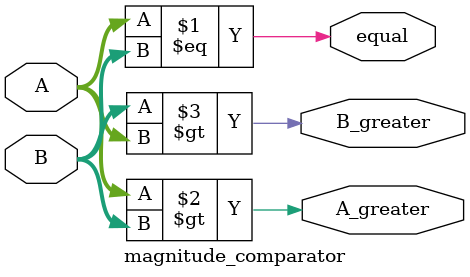
<source format=v>
module magnitude_comparator(
    input [3:0] A, B,  // 4-bit inputs to be compared
    output equal,      // Output indicating equality
    output A_greater,  // Output indicating A is greater than B
    output B_greater   // Output indicating B is greater than A
);

assign equal = (A == B);
assign A_greater = (A > B);
assign B_greater = (B > A);

endmodule

</source>
